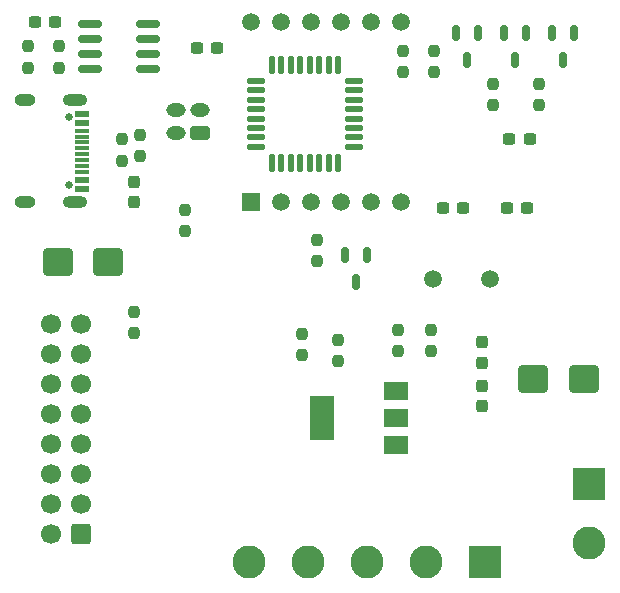
<source format=gbr>
%TF.GenerationSoftware,KiCad,Pcbnew,(6.0.0)*%
%TF.CreationDate,2023-05-26T23:18:24+03:00*%
%TF.ProjectId,uni_mcu_pcb,756e695f-6d63-4755-9f70-63622e6b6963,rev?*%
%TF.SameCoordinates,Original*%
%TF.FileFunction,Soldermask,Bot*%
%TF.FilePolarity,Negative*%
%FSLAX46Y46*%
G04 Gerber Fmt 4.6, Leading zero omitted, Abs format (unit mm)*
G04 Created by KiCad (PCBNEW (6.0.0)) date 2023-05-26 23:18:24*
%MOMM*%
%LPD*%
G01*
G04 APERTURE LIST*
G04 Aperture macros list*
%AMRoundRect*
0 Rectangle with rounded corners*
0 $1 Rounding radius*
0 $2 $3 $4 $5 $6 $7 $8 $9 X,Y pos of 4 corners*
0 Add a 4 corners polygon primitive as box body*
4,1,4,$2,$3,$4,$5,$6,$7,$8,$9,$2,$3,0*
0 Add four circle primitives for the rounded corners*
1,1,$1+$1,$2,$3*
1,1,$1+$1,$4,$5*
1,1,$1+$1,$6,$7*
1,1,$1+$1,$8,$9*
0 Add four rect primitives between the rounded corners*
20,1,$1+$1,$2,$3,$4,$5,0*
20,1,$1+$1,$4,$5,$6,$7,0*
20,1,$1+$1,$6,$7,$8,$9,0*
20,1,$1+$1,$8,$9,$2,$3,0*%
G04 Aperture macros list end*
%ADD10C,1.500000*%
%ADD11R,1.500000X1.500000*%
%ADD12R,2.800000X2.800000*%
%ADD13C,2.800000*%
%ADD14RoundRect,0.250000X0.600000X0.600000X-0.600000X0.600000X-0.600000X-0.600000X0.600000X-0.600000X0*%
%ADD15C,1.700000*%
%ADD16RoundRect,0.237500X-0.237500X0.250000X-0.237500X-0.250000X0.237500X-0.250000X0.237500X0.250000X0*%
%ADD17RoundRect,0.237500X0.237500X-0.250000X0.237500X0.250000X-0.237500X0.250000X-0.237500X-0.250000X0*%
%ADD18RoundRect,0.150000X-0.825000X-0.150000X0.825000X-0.150000X0.825000X0.150000X-0.825000X0.150000X0*%
%ADD19RoundRect,0.150000X-0.150000X0.512500X-0.150000X-0.512500X0.150000X-0.512500X0.150000X0.512500X0*%
%ADD20RoundRect,0.237500X-0.300000X-0.237500X0.300000X-0.237500X0.300000X0.237500X-0.300000X0.237500X0*%
%ADD21RoundRect,0.125000X0.625000X0.125000X-0.625000X0.125000X-0.625000X-0.125000X0.625000X-0.125000X0*%
%ADD22RoundRect,0.125000X0.125000X0.625000X-0.125000X0.625000X-0.125000X-0.625000X0.125000X-0.625000X0*%
%ADD23RoundRect,0.237500X0.237500X-0.300000X0.237500X0.300000X-0.237500X0.300000X-0.237500X-0.300000X0*%
%ADD24RoundRect,0.250000X1.000000X0.900000X-1.000000X0.900000X-1.000000X-0.900000X1.000000X-0.900000X0*%
%ADD25RoundRect,0.250000X-1.000000X-0.900000X1.000000X-0.900000X1.000000X0.900000X-1.000000X0.900000X0*%
%ADD26RoundRect,0.237500X-0.237500X0.300000X-0.237500X-0.300000X0.237500X-0.300000X0.237500X0.300000X0*%
%ADD27R,2.000000X1.500000*%
%ADD28R,2.000000X3.800000*%
%ADD29RoundRect,0.250000X0.575000X-0.350000X0.575000X0.350000X-0.575000X0.350000X-0.575000X-0.350000X0*%
%ADD30O,1.650000X1.200000*%
%ADD31C,0.650000*%
%ADD32R,1.150000X0.600000*%
%ADD33R,1.150000X0.300000*%
%ADD34O,1.800000X1.000000*%
%ADD35O,2.100000X1.000000*%
G04 APERTURE END LIST*
D10*
%TO.C,Y1*%
X125095000Y-147955000D03*
X129975000Y-147955000D03*
%TD*%
D11*
%TO.C,U1*%
X109728000Y-141478000D03*
D10*
X112268000Y-141478000D03*
X114808000Y-141478000D03*
X117348000Y-141478000D03*
X119888000Y-141478000D03*
X122428000Y-141478000D03*
X122428000Y-126238000D03*
X119888000Y-126238000D03*
X117348000Y-126238000D03*
X114808000Y-126238000D03*
X112268000Y-126238000D03*
X109728000Y-126238000D03*
%TD*%
D12*
%TO.C,J4*%
X129540000Y-171958000D03*
D13*
X124540000Y-171958000D03*
X119540000Y-171958000D03*
X114540000Y-171958000D03*
X109540000Y-171958000D03*
%TD*%
D14*
%TO.C,J3*%
X95367500Y-169545000D03*
D15*
X92827500Y-169545000D03*
X95367500Y-167005000D03*
X92827500Y-167005000D03*
X95367500Y-164465000D03*
X92827500Y-164465000D03*
X95367500Y-161925000D03*
X92827500Y-161925000D03*
X95367500Y-159385000D03*
X92827500Y-159385000D03*
X95367500Y-156845000D03*
X92827500Y-156845000D03*
X95367500Y-154305000D03*
X92827500Y-154305000D03*
X95367500Y-151765000D03*
X92827500Y-151765000D03*
%TD*%
D12*
%TO.C,J2*%
X138303000Y-165354000D03*
D13*
X138303000Y-170354000D03*
%TD*%
D16*
%TO.C,R20*%
X117094000Y-153115000D03*
X117094000Y-154940000D03*
%TD*%
D17*
%TO.C,R2*%
X130175000Y-133246500D03*
X130175000Y-131421500D03*
%TD*%
D18*
%TO.C,U2*%
X96077000Y-130175000D03*
X96077000Y-128905000D03*
X96077000Y-127635000D03*
X96077000Y-126365000D03*
X101027000Y-126365000D03*
X101027000Y-127635000D03*
X101027000Y-128905000D03*
X101027000Y-130175000D03*
%TD*%
D19*
%TO.C,Q3*%
X117668000Y-145928500D03*
X119568000Y-145928500D03*
X118618000Y-148203500D03*
%TD*%
D20*
%TO.C,C7*%
X131371000Y-141986000D03*
X133096000Y-141986000D03*
%TD*%
D19*
%TO.C,Q4*%
X127066000Y-127132500D03*
X128966000Y-127132500D03*
X128016000Y-129407500D03*
%TD*%
D16*
%TO.C,R3*%
X115316000Y-144629500D03*
X115316000Y-146454500D03*
%TD*%
D21*
%TO.C,U4*%
X118475000Y-131185000D03*
X118475000Y-131985000D03*
X118475000Y-132785000D03*
X118475000Y-133585000D03*
X118475000Y-134385000D03*
X118475000Y-135185000D03*
X118475000Y-135985000D03*
X118475000Y-136785000D03*
D22*
X117100000Y-138160000D03*
X116300000Y-138160000D03*
X115500000Y-138160000D03*
X114700000Y-138160000D03*
X113900000Y-138160000D03*
X113100000Y-138160000D03*
X112300000Y-138160000D03*
X111500000Y-138160000D03*
D21*
X110125000Y-136785000D03*
X110125000Y-135985000D03*
X110125000Y-135185000D03*
X110125000Y-134385000D03*
X110125000Y-133585000D03*
X110125000Y-132785000D03*
X110125000Y-131985000D03*
X110125000Y-131185000D03*
D22*
X111500000Y-129810000D03*
X112300000Y-129810000D03*
X113100000Y-129810000D03*
X113900000Y-129810000D03*
X114700000Y-129810000D03*
X115500000Y-129810000D03*
X116300000Y-129810000D03*
X117100000Y-129810000D03*
%TD*%
D16*
%TO.C,R19*%
X124968000Y-152249500D03*
X124968000Y-154074500D03*
%TD*%
D17*
%TO.C,R11*%
X98806000Y-137969000D03*
X98806000Y-136144000D03*
%TD*%
%TO.C,R12*%
X122555000Y-130452500D03*
X122555000Y-128627500D03*
%TD*%
D16*
%TO.C,R18*%
X114046000Y-152607000D03*
X114046000Y-154432000D03*
%TD*%
D17*
%TO.C,R16*%
X104140000Y-143914500D03*
X104140000Y-142089500D03*
%TD*%
%TO.C,R4*%
X125222000Y-130452500D03*
X125222000Y-128627500D03*
%TD*%
D23*
%TO.C,C9*%
X129286000Y-158723500D03*
X129286000Y-156998500D03*
%TD*%
D24*
%TO.C,D2*%
X97654000Y-146558000D03*
X93354000Y-146558000D03*
%TD*%
D20*
%TO.C,C5*%
X131598500Y-136144000D03*
X133323500Y-136144000D03*
%TD*%
D16*
%TO.C,R17*%
X122174000Y-152249500D03*
X122174000Y-154074500D03*
%TD*%
D19*
%TO.C,Q1*%
X135194000Y-127132500D03*
X137094000Y-127132500D03*
X136144000Y-129407500D03*
%TD*%
D25*
%TO.C,D3*%
X133604000Y-156464000D03*
X137904000Y-156464000D03*
%TD*%
D20*
%TO.C,C4*%
X105156000Y-128397000D03*
X106881000Y-128397000D03*
%TD*%
D17*
%TO.C,R1*%
X134112000Y-133246500D03*
X134112000Y-131421500D03*
%TD*%
D16*
%TO.C,R27*%
X99822000Y-150725500D03*
X99822000Y-152550500D03*
%TD*%
D17*
%TO.C,R5*%
X90805000Y-130095000D03*
X90805000Y-128270000D03*
%TD*%
D26*
%TO.C,C1*%
X99822000Y-139753000D03*
X99822000Y-141478000D03*
%TD*%
D27*
%TO.C,U5*%
X122022000Y-157466000D03*
X122022000Y-159766000D03*
D28*
X115722000Y-159766000D03*
D27*
X122022000Y-162066000D03*
%TD*%
D20*
%TO.C,C6*%
X125984000Y-141986000D03*
X127709000Y-141986000D03*
%TD*%
D29*
%TO.C,J5*%
X105394000Y-135636000D03*
D30*
X103394000Y-135636000D03*
X105394000Y-133636000D03*
X103394000Y-133636000D03*
%TD*%
D20*
%TO.C,C2*%
X91440000Y-126238000D03*
X93165000Y-126238000D03*
%TD*%
D17*
%TO.C,R9*%
X100330000Y-137564500D03*
X100330000Y-135739500D03*
%TD*%
D31*
%TO.C,J1*%
X94299000Y-140050000D03*
X94299000Y-134270000D03*
D32*
X95374000Y-140360000D03*
X95374000Y-139560000D03*
D33*
X95374000Y-138410000D03*
X95374000Y-137410000D03*
X95374000Y-136910000D03*
X95374000Y-135910000D03*
D32*
X95374000Y-134760000D03*
X95374000Y-133960000D03*
X95374000Y-133960000D03*
X95374000Y-134760000D03*
D33*
X95374000Y-135410000D03*
X95374000Y-136410000D03*
X95374000Y-137910000D03*
X95374000Y-138910000D03*
D32*
X95374000Y-139560000D03*
X95374000Y-140360000D03*
D34*
X90619000Y-141480000D03*
D35*
X94799000Y-141480000D03*
X94799000Y-132840000D03*
D34*
X90619000Y-132840000D03*
%TD*%
D19*
%TO.C,Q2*%
X131130000Y-127132500D03*
X133030000Y-127132500D03*
X132080000Y-129407500D03*
%TD*%
D23*
%TO.C,C10*%
X129286000Y-155067000D03*
X129286000Y-153342000D03*
%TD*%
D17*
%TO.C,R6*%
X93472000Y-130095000D03*
X93472000Y-128270000D03*
%TD*%
M02*

</source>
